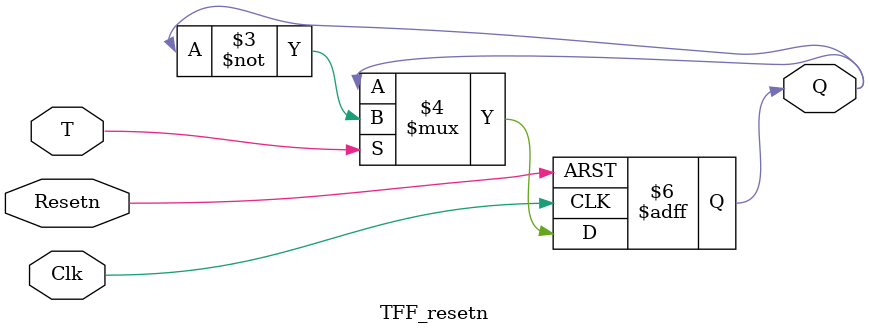
<source format=v>
module TFF_resetn(T,Resetn,Clk,Q);
input T, Clk,Resetn;
output reg Q;



always@(negedge Resetn, posedge Clk)
begin
	if (!Resetn)
		Q<=0;
		
	else if ( T)
		Q<=~Q;
end

endmodule
</source>
